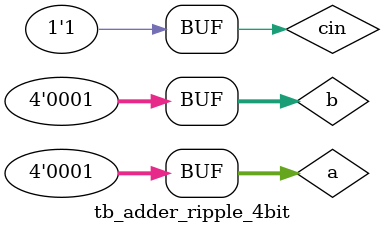
<source format=v>
module tb_adder_ripple_4bit();
    reg [3:0] a, b;
    reg cin;
    wire [3:0] sum;
    wire cout;

    adder_ripple_4bit uut(a, b, cin, sum, cout);

    initial
    begin
        a = 4'hf;
        b = 4'h0;
        cin = 0;
        #10;
        a = 4'h0;
        b = 4'hf;
        cin = 1;
        #10;
        a = 4'h1;
        b = 4'h1;
        cin = 1;
        #10;
    end

    initial
    begin
        $monitor(
            "a:%x | b:%x | cin:%x | sum:%x | cout:%x",
            a, b, cin, sum, cout
        );
    end
endmodule

</source>
